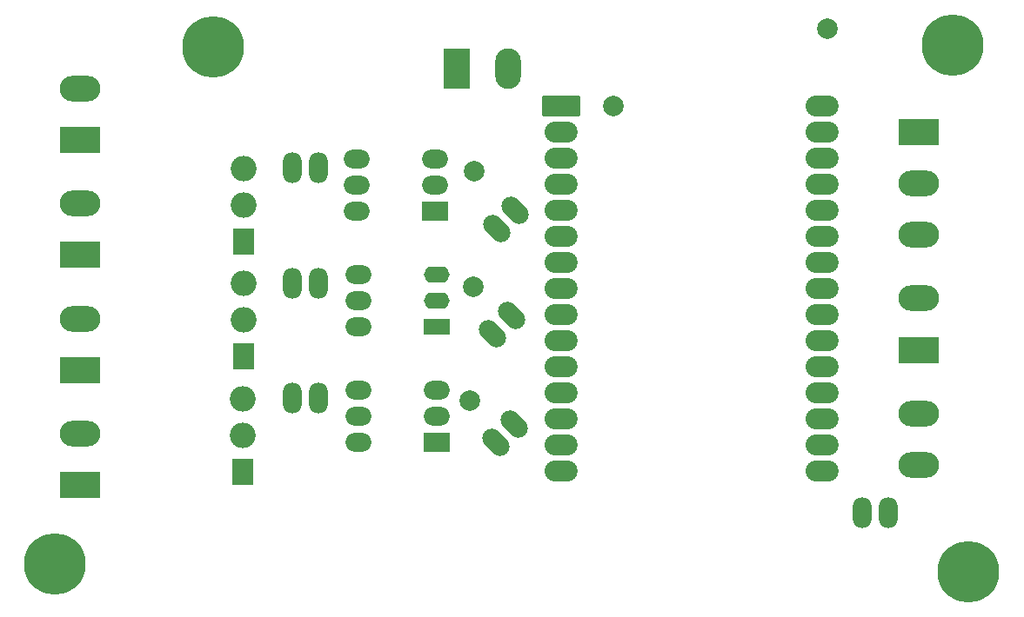
<source format=gbr>
%TF.GenerationSoftware,KiCad,Pcbnew,8.0.1*%
%TF.CreationDate,2024-04-25T16:48:04-05:00*%
%TF.ProjectId,C1,43312e6b-6963-4616-945f-706362585858,rev?*%
%TF.SameCoordinates,Original*%
%TF.FileFunction,Soldermask,Top*%
%TF.FilePolarity,Negative*%
%FSLAX46Y46*%
G04 Gerber Fmt 4.6, Leading zero omitted, Abs format (unit mm)*
G04 Created by KiCad (PCBNEW 8.0.1) date 2024-04-25 16:48:04*
%MOMM*%
%LPD*%
G01*
G04 APERTURE LIST*
G04 Aperture macros list*
%AMRoundRect*
0 Rectangle with rounded corners*
0 $1 Rounding radius*
0 $2 $3 $4 $5 $6 $7 $8 $9 X,Y pos of 4 corners*
0 Add a 4 corners polygon primitive as box body*
4,1,4,$2,$3,$4,$5,$6,$7,$8,$9,$2,$3,0*
0 Add four circle primitives for the rounded corners*
1,1,$1+$1,$2,$3*
1,1,$1+$1,$4,$5*
1,1,$1+$1,$6,$7*
1,1,$1+$1,$8,$9*
0 Add four rect primitives between the rounded corners*
20,1,$1+$1,$2,$3,$4,$5,0*
20,1,$1+$1,$4,$5,$6,$7,0*
20,1,$1+$1,$6,$7,$8,$9,0*
20,1,$1+$1,$8,$9,$2,$3,0*%
%AMHorizOval*
0 Thick line with rounded ends*
0 $1 width*
0 $2 $3 position (X,Y) of the first rounded end (center of the circle)*
0 $4 $5 position (X,Y) of the second rounded end (center of the circle)*
0 Add line between two ends*
20,1,$1,$2,$3,$4,$5,0*
0 Add two circle primitives to create the rounded ends*
1,1,$1,$2,$3*
1,1,$1,$4,$5*%
G04 Aperture macros list end*
%ADD10RoundRect,0.102000X-1.750000X-0.925000X1.750000X-0.925000X1.750000X0.925000X-1.750000X0.925000X0*%
%ADD11O,3.204000X2.054000*%
%ADD12R,2.000000X2.500000*%
%ADD13O,2.500000X2.500000*%
%ADD14C,6.000000*%
%ADD15O,1.850000X3.000000*%
%ADD16R,3.960000X2.500000*%
%ADD17O,3.960000X2.500000*%
%ADD18R,2.500000X1.850000*%
%ADD19O,2.500000X1.850000*%
%ADD20HorizOval,1.850000X-0.406586X0.406586X0.406586X-0.406586X0*%
%ADD21O,2.500000X3.960000*%
%ADD22R,2.500000X3.960000*%
%ADD23R,2.500000X1.600000*%
%ADD24O,2.500000X1.600000*%
%ADD25C,2.000000*%
G04 APERTURE END LIST*
D10*
%TO.C,U2*%
X126100000Y-58985000D03*
D11*
X126100000Y-61525000D03*
X126100000Y-64065000D03*
X126100000Y-66605000D03*
X126100000Y-69145000D03*
X126100000Y-71685000D03*
X126100000Y-74225000D03*
X126100000Y-76765000D03*
X126100000Y-79305000D03*
X126100000Y-81845000D03*
X126100000Y-84385000D03*
X126100000Y-86925000D03*
X126100000Y-89465000D03*
X126100000Y-92005000D03*
X126100000Y-94545000D03*
X151500000Y-94545000D03*
X151500000Y-92005000D03*
X151500000Y-89465000D03*
X151500000Y-86925000D03*
X151500000Y-84385000D03*
X151500000Y-81845000D03*
X151500000Y-79305000D03*
X151500000Y-76765000D03*
X151500000Y-74225000D03*
X151500000Y-71685000D03*
X151500000Y-69145000D03*
X151500000Y-66605000D03*
X151500000Y-64065000D03*
X151500000Y-61525000D03*
X151500000Y-58985000D03*
%TD*%
D12*
%TO.C,Q1*%
X95200000Y-72116000D03*
D13*
X95200000Y-68560000D03*
X95200000Y-65004000D03*
%TD*%
D14*
%TO.C,H3*%
X164200000Y-53000000D03*
%TD*%
D15*
%TO.C,R2*%
X102540000Y-76200000D03*
X100000000Y-76200000D03*
%TD*%
D16*
%TO.C,J1*%
X79300000Y-62265000D03*
D17*
X79300000Y-57265000D03*
%TD*%
D16*
%TO.C,J2*%
X79300000Y-73465000D03*
D17*
X79300000Y-68465000D03*
%TD*%
D12*
%TO.C,Q2*%
X95245000Y-83356000D03*
D13*
X95245000Y-79800000D03*
X95245000Y-76244000D03*
%TD*%
D16*
%TO.C,J4*%
X79300000Y-95900000D03*
D17*
X79300000Y-90900000D03*
%TD*%
%TO.C,J12*%
X160900000Y-71500000D03*
X160900000Y-66500000D03*
D16*
X160900000Y-61500000D03*
%TD*%
D18*
%TO.C,U1*%
X113900000Y-69225000D03*
D19*
X113900000Y-66685000D03*
X113900000Y-64145000D03*
X106280000Y-64145000D03*
X106280000Y-66685000D03*
X106280000Y-69225000D03*
%TD*%
D16*
%TO.C,J3*%
X79300000Y-84700000D03*
D17*
X79300000Y-79700000D03*
%TD*%
D20*
%TO.C,R4*%
X121548927Y-89961073D03*
X119752876Y-91757124D03*
%TD*%
D14*
%TO.C,H2*%
X76900000Y-103600000D03*
%TD*%
D21*
%TO.C,J5*%
X121000000Y-55300000D03*
D22*
X116000000Y-55300000D03*
%TD*%
D14*
%TO.C,H1*%
X165800000Y-104300000D03*
%TD*%
D18*
%TO.C,U4*%
X114000000Y-91725000D03*
D19*
X114000000Y-89185000D03*
X114000000Y-86645000D03*
X106380000Y-86645000D03*
X106380000Y-89185000D03*
X106380000Y-91725000D03*
%TD*%
D14*
%TO.C,H4*%
X92300000Y-53200000D03*
%TD*%
D16*
%TO.C,J7*%
X160900000Y-82700000D03*
D17*
X160900000Y-77700000D03*
%TD*%
%TO.C,J6*%
X160900000Y-93900000D03*
X160900000Y-88900000D03*
%TD*%
D20*
%TO.C,R5*%
X121268927Y-79361073D03*
X119472876Y-81157124D03*
%TD*%
%TO.C,R6*%
X121678927Y-69121073D03*
X119882876Y-70917124D03*
%TD*%
D15*
%TO.C,R6*%
X155400000Y-98600000D03*
X157940000Y-98600000D03*
%TD*%
%TO.C,R1*%
X102545000Y-65000000D03*
X100005000Y-65000000D03*
%TD*%
D12*
%TO.C,Q3*%
X95145000Y-94556000D03*
D13*
X95145000Y-91000000D03*
X95145000Y-87444000D03*
%TD*%
D23*
%TO.C,U3*%
X114000000Y-80425000D03*
D24*
X114000000Y-77885000D03*
X114000000Y-75345000D03*
D19*
X106380000Y-75345000D03*
X106380000Y-77885000D03*
X106380000Y-80425000D03*
%TD*%
D15*
%TO.C,R3*%
X102540000Y-87400000D03*
X100000000Y-87400000D03*
%TD*%
D25*
X117570000Y-76530000D03*
X117230000Y-87660000D03*
X117670000Y-65320000D03*
X152010000Y-51450000D03*
X131175000Y-58985000D03*
M02*

</source>
